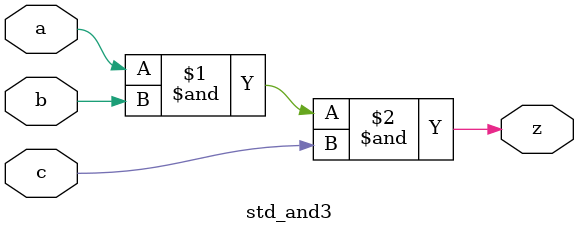
<source format=sv>

module std_and3 #(parameter DW = 1) // array width
(
	input [DW-1:0]  a,
	input [DW-1:0]  b,
	input [DW-1:0]  c, 
	output [DW-1:0] z
);

assign z = a & b & c;

endmodule

</source>
